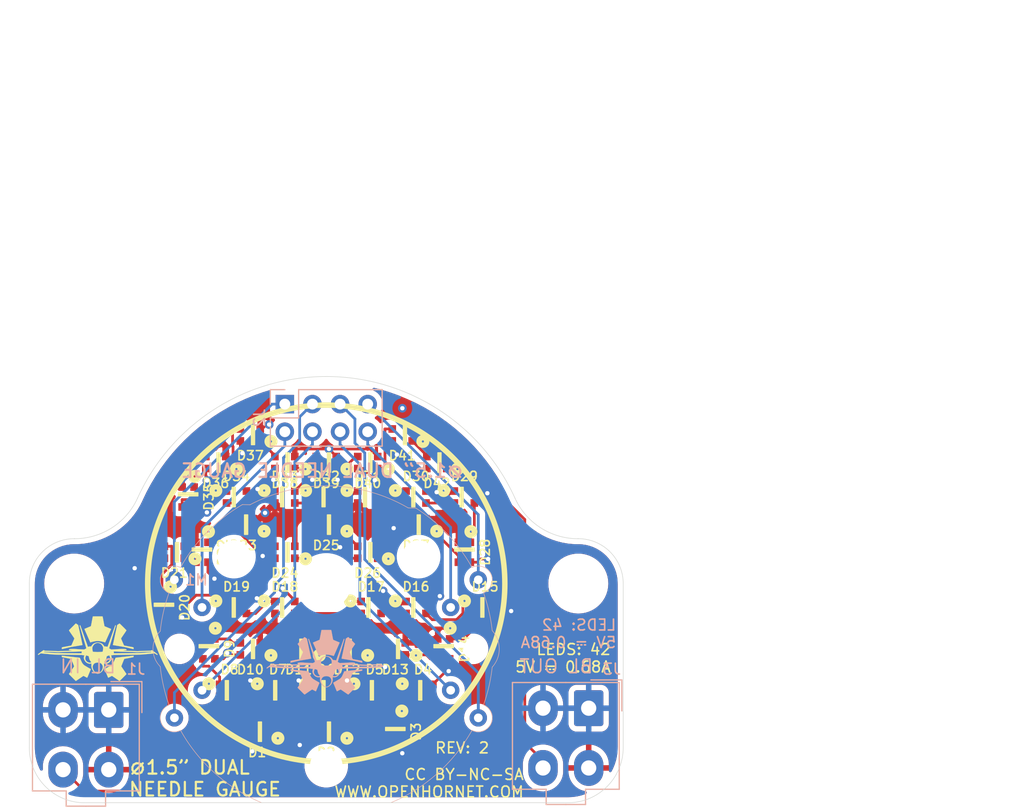
<source format=kicad_pcb>
(kicad_pcb (version 20211014) (generator pcbnew)
  (layers (0 "F.Cu" mixed) (1 "In1.Cu" power) (2 "In2.Cu" power) (31 "B.Cu" mixed) (34 "B.Paste" user) (35 "F.Paste" user) (36 "B.SilkS" user "B.Silkscreen") (37 "F.SilkS" user "F.Silkscreen") (38 "B.Mask" user) (39 "F.Mask" user) (44 "Edge.Cuts" user))
  (net 0 "")
  (net 1 "/COIL4")
  (net 2 "/COIL3")
  (net 3 "/COIL2")
  (net 4 "/COIL1")
  (net 5 "Net-(D1-Pad1)")
  (net 6 "/LED+5V")
  (net 7 "/DIN")
  (net 8 "/LEDGND")
  (net 9 "Net-(D2-Pad1)")
  (net 10 "Net-(D3-Pad1)")
  (net 11 "Net-(D4-Pad1)")
  (net 12 "/DOUT1")
  (net 13 "Net-(D6-Pad1)")
  (net 14 "Net-(D7-Pad1)")
  (net 15 "Net-(D8-Pad1)")
  (net 16 "Net-(D10-Pad3)")
  (net 17 "/DOUT2")
  (net 18 "Net-(D11-Pad1)")
  (net 19 "Net-(D12-Pad1)")
  (net 20 "Net-(D13-Pad1)")
  (net 21 "Net-(D14-Pad1)")
  (net 22 "/DOUT")
  (net 23 "/COIL5")
  (net 24 "/COIL6")
  (net 25 "/COIL7")
  (net 26 "/COIL8")
  (net 27 "Net-(D5-Pad1)")
  (net 28 "Net-(D15-Pad1)")
  (net 29 "Net-(D16-Pad1)")
  (net 30 "Net-(D17-Pad1)")
  (net 31 "Net-(D18-Pad1)")
  (net 32 "Net-(D19-Pad1)")
  (net 33 "Net-(D21-Pad1)")
  (net 34 "Net-(D22-Pad1)")
  (net 35 "Net-(D23-Pad1)")
  (net 36 "Net-(D24-Pad1)")
  (net 37 "Net-(D25-Pad1)")
  (net 38 "Net-(D26-Pad1)")
  (net 39 "Net-(D27-Pad1)")
  (net 40 "Net-(D28-Pad1)")
  (net 41 "Net-(D29-Pad1)")
  (net 42 "/DOUT3")
  (net 43 "Net-(D31-Pad1)")
  (net 44 "Net-(D32-Pad1)")
  (net 45 "Net-(D33-Pad1)")
  (net 46 "Net-(D34-Pad1)")
  (net 47 "Net-(D35-Pad1)")
  (net 48 "Net-(D36-Pad1)")
  (net 49 "Net-(D37-Pad1)")
  (net 50 "Net-(D38-Pad1)")
  (net 51 "Net-(D39-Pad1)")
  (net 52 "/DOUT4")
  (net 53 "Net-(D41-Pad1)")
  (footprint "OH_Footprints:WS2812-2020" (layer "F.Cu") (at 168.222 115.863)
    (fp_text reference "D21")
    (fp_text value "WS2812B-2020" hide)
  )
  (footprint "OH_Footprints:WS2812-2020" (layer "F.Cu") (at 170.762 115.863 90)
    (fp_text reference "D22")
    (fp_text value "WS2812B-2020" hide)
  )
  (footprint "OH_Footprints:WS2812-2020" (layer "F.Cu") (at 174.572 113.323)
    (fp_text reference "D23")
    (fp_text value "WS2812B-2020" hide)
  )
  (footprint "OH_Footprints:WS2812-2020" (layer "F.Cu") (at 178.382 115.863)
    (fp_text reference "D24")
    (fp_text value "WS2812B-2020" hide)
  )
  (footprint "KiCAD Libraries:x40_8798" (layer "F.Cu") (at 182.192 124.753)
    (fp_text reference "M1")
    (fp_text value "X40_8798" hide)
  )
  (footprint "MountingHole:MountingHole_4.5mm" (layer "F.Cu") (at 205.369 118.743)
    (fp_text reference "H2" hide)
    (fp_text value "MountingHole")
  )
  (footprint "MountingHole:MountingHole_4.5mm" (layer "F.Cu") (at 159.014 118.743)
    (fp_text reference "H1" hide)
    (fp_text value "MountingHole")
  )
  (footprint "OH_Footprints:WS2812-2020" (layer "F.Cu") (at 196.797 120.943 180)
    (fp_text reference "D15")
    (fp_text value "WS2812B-2020" hide)
  )
  (footprint "OH_Footprints:WS2812-2020" (layer "F.Cu") (at 175.842 132.373)
    (fp_text reference "D1")
    (fp_text value "WS2812B-2020" hide)
  )
  (footprint "OH_Footprints:WS2812-2020" (layer "F.Cu") (at 182.192 132.373)
    (fp_text reference "D2")
    (fp_text value "WS2812B-2020" hide)
  )
  (footprint "OH_Footprints:WS2812-2020" (layer "F.Cu") (at 188.542 132.373 90)
    (fp_text reference "D3")
    (fp_text value "WS2812B-2020" hide)
  )
  (footprint "OH_Footprints:WS2812-2020" (layer "F.Cu") (at 191.082 128.563 180)
    (fp_text reference "D4")
    (fp_text value "WS2812B-2020" hide)
  )
  (footprint "OH_Footprints:WS2812-2020" (layer "F.Cu") (at 186.637 128.563 180)
    (fp_text reference "D5")
    (fp_text value "WS2812B-2020" hide)
  )
  (footprint "OH_Footprints:WS2812-2020" (layer "F.Cu") (at 182.192 128.563 180)
    (fp_text reference "D6")
    (fp_text value "WS2812B-2020" hide)
  )
  (footprint "OH_Footprints:WS2812-2020" (layer "F.Cu") (at 177.747 128.563 180)
    (fp_text reference "D7")
    (fp_text value "WS2812B-2020" hide)
  )
  (footprint "OH_Footprints:WS2812-2020" (layer "F.Cu") (at 173.302 128.563 180)
    (fp_text reference "D8")
    (fp_text value "WS2812B-2020" hide)
  )
  (footprint "OH_Footprints:WS2812-2020" (layer "F.Cu") (at 171.397 124.753 90)
    (fp_text reference "D9")
    (fp_text value "WS2812B-2020" hide)
  )
  (footprint "OH_Footprints:WS2812-2020" (layer "F.Cu") (at 175.207 124.753)
    (fp_text reference "D10")
    (fp_text value "WS2812B-2020" hide)
  )
  (footprint "OH_Footprints:WS2812-2020" (layer "F.Cu") (at 179.652 124.753)
    (fp_text reference "D11")
    (fp_text value "WS2812B-2020" hide)
  )
  (footprint "OH_Footprints:WS2812-2020" (layer "F.Cu") (at 184.097 124.753)
    (fp_text reference "D12")
    (fp_text value "WS2812B-2020" hide)
  )
  (footprint "OH_Footprints:WS2812-2020" (layer "F.Cu") (at 188.542 124.753)
    (fp_text reference "D13")
    (fp_text value "WS2812B-2020" hide)
  )
  (footprint "OH_Footprints:WS2812-2020" (layer "F.Cu") (at 192.987 124.753 90)
    (fp_text reference "D14")
    (fp_text value "WS2812B-2020" hide)
  )
  (footprint "OH_Footprints:WS2812-2020" (layer "F.Cu") (at 190.447 120.943 180)
    (fp_text reference "D16")
    (fp_text value "WS2812B-2020" hide)
  )
  (footprint "OH_Footprints:WS2812-2020" (layer "F.Cu") (at 178.382 120.943 180)
    (fp_text reference "D18")
    (fp_text value "WS2812B-2020" hide)
  )
  (footprint "OH_Footprints:WS2812-2020" (layer "F.Cu") (at 173.937 120.943 180)
    (fp_text reference "D19")
    (fp_text value "WS2812B-2020" hide)
  )
  (footprint "OH_Footprints:WS2812-2020" (layer "F.Cu") (at 167.269 120.943 90)
    (fp_text reference "D20")
    (fp_text value "WS2812B-2020" hide)
  )
  (footprint "OH_Footprints:WS2812-2020" (layer "F.Cu") (at 186.002 115.863)
    (fp_text reference "D26")
    (fp_text value "WS2812B-2020" hide)
  )
  (footprint "OH_Footprints:WS2812-2020" (layer "F.Cu") (at 190.447 113.323)
    (fp_text reference "D27")
    (fp_text value "WS2812B-2020" hide)
  )
  (footprint "OH_Footprints:WS2812-2020" (layer "F.Cu") (at 194.892 115.863 90)
    (fp_text reference "D28")
    (fp_text value "WS2812B-2020" hide)
  )
  (footprint "OH_Footprints:WS2812-2020" (layer "F.Cu") (at 194.892 110.783 180)
    (fp_text reference "D29")
    (fp_text value "WS2812B-2020" hide)
  )
  (footprint "OH_Footprints:WS2812-2020" (layer "F.Cu") (at 190.447 110.783 180)
    (fp_text reference "D30")
    (fp_text value "WS2812B-2020" hide)
  )
  (footprint "OH_Footprints:WS2812-2020" (layer "F.Cu") (at 182.192 113.323)
    (fp_text reference "D25")
    (fp_text value "WS2812B-2020" hide)
  )
  (footprint "OH_Footprints:WS2812-2020" (layer "F.Cu") (at 186.002 110.783 180)
    (fp_text reference "D31")
    (fp_text value "WS2812B-2020" hide)
  )
  (footprint "OH_Footprints:WS2812-2020" (layer "F.Cu") (at 182.192 110.783 180)
    (fp_text reference "D32")
    (fp_text value "WS2812B-2020" hide)
  )
  (footprint "OH_Footprints:WS2812-2020" (layer "F.Cu") (at 178.382 110.783 180)
    (fp_text reference "D33")
    (fp_text value "WS2812B-2020" hide)
  )
  (footprint "OH_Footprints:WS2812-2020" (layer "F.Cu") (at 173.937 110.783 180)
    (fp_text reference "D34")
    (fp_text value "WS2812B-2020" hide)
  )
  (footprint "OH_Footprints:WS2812-2020" (layer "F.Cu") (at 169.492 110.783 90)
    (fp_text reference "D35")
    (fp_text value "WS2812B-2020" hide)
  )
  (footprint "OH_Footprints:WS2812-2020" (layer "F.Cu") (at 172.032 107.608)
    (fp_text reference "D36")
    (fp_text value "WS2812B-2020" hide)
  )
  (footprint "OH_Footprints:WS2812-2020" (layer "F.Cu") (at 175.207 105.068)
    (fp_text reference "D37")
    (fp_text value "WS2812B-2020" hide)
  )
  (footprint "OH_Footprints:WS2812-2020" (layer "F.Cu") (at 178.382 107.608)
    (fp_text reference "D38")
    (fp_text value "WS2812B-2020" hide)
  )
  (footprint "OH_Footprints:WS2812-2020" (layer "F.Cu") (at 182.192 107.608)
    (fp_text reference "D39")
    (fp_text value "WS2812B-2020" hide)
  )
  (footprint "OH_Footprints:WS2812-2020" (layer "F.Cu") (at 186.002 107.608)
    (fp_text reference "D40")
    (fp_text value "WS2812B-2020" hide)
  )
  (footprint "OH_Footprints:WS2812-2020" (layer "F.Cu") (at 189.177 105.068)
    (fp_text reference "D41")
    (fp_text value "WS2812B-2020" hide)
  )
  (footprint "OH_Footprints:WS2812-2020" (layer "F.Cu") (at 192.352 107.608)
    (fp_text reference "D42")
    (fp_text value "WS2812B-2020" hide)
  )
  (footprint "OH_Footprints:WS2812-2020" (layer "F.Cu") (at 186.319 120.943 180)
    (fp_text reference "D17")
    (fp_text value "WS2812B-2020" hide)
  )
  (footprint "Openhornet:OH_LOGO_ONLY_11x6mm" (layer "F.Cu") (at 161.189341 124.863176)
    (fp_text reference "G***" hide)
    (fp_text value "OH_LOGO_ONLY_11x6mm" hide)
  )
  (footprint "Connector_PinHeader_2.54mm:PinHeader_2x04_P2.54mm_Vertical" (layer "B.Cu") (at 178.382 102.233 -90)
    (fp_text reference "J2")
    (fp_text value "DATA")
  )
  (footprint "OH_Footprints:Molex_Mini-Fit_Jr_5566-04A_2x02_P4.20mm_Vertical" (layer "B.Cu") (at 162.189 130.363 180)
    (fp_text reference "J1")
    (fp_text value "BL IN")
  )
  (footprint "OH_Footprints:Molex_Mini-Fit_Jr_5566-04A_2x02_P4.20mm_Vertical" (layer "B.Cu") (at 206.322 130.21 180)
    (fp_text reference "J3")
    (fp_text value "BL OUT")
  )
  (footprint "Openhornet:OH_LOGO_ONLY_11x6mm" (layer "B.Cu") (at 182.189341 126.113176 180)
    (fp_text reference "G***" hide)
    (fp_text value "OH_LOGO_ONLY_11x6mm" hide)
  )
  (gr_circle (center 182.191841 118.743176) (end 198.612941 118.743176) (layer "F.SilkS") (width 0.5) (fill none))
  (gr_arc (start 164.836362 110.88889) (mid 182.189735 99.693177) (end 199.545583 110.885052) (layer "Edge.Cuts") (width 0.05))
  (gr_line (start 209.49684 118.743176) (end 209.49684 133.829831) (layer "Edge.Cuts") (width 0.05))
  (gr_arc (start 209.49684 133.829831) (mid 208.008942 137.421933) (end 204.41684 138.909831) (layer "Edge.Cuts") (width 0.05))
  (gr_arc (start 205.325951 114.615675) (mid 201.886776 113.600991) (end 199.545583 110.885052) (layer "Edge.Cuts") (width 0.05))
  (gr_arc (start 164.83636 110.88889) (mid 162.493365 113.603275) (end 159.053518 114.615677) (layer "Edge.Cuts") (width 0.05))
  (gr_arc (start 159.966842 138.909831) (mid 156.37474 137.421933) (end 154.886842 133.829831) (layer "Edge.Cuts") (width 0.05))
  (gr_arc (start 205.369341 114.615677) (mid 208.287924 115.824593) (end 209.49684 118.743176) (layer "Edge.Cuts") (width 0.05))
  (gr_line (start 159.053518 114.615677) (end 159.014341 114.615677) (layer "Edge.Cuts") (width 0.05))
  (gr_arc (start 154.886841 118.743176) (mid 156.095758 115.824593) (end 159.014341 114.615676) (layer "Edge.Cuts") (width 0.05))
  (gr_line (start 154.886842 118.743176) (end 154.886842 133.829831) (layer "Edge.Cuts") (width 0.05))
  (gr_line (start 159.966842 138.909831) (end 204.41684 138.909831) (layer "Edge.Cuts") (width 0.05))
  (gr_line (start 205.369341 114.615676) (end 205.325951 114.615675) (layer "Edge.Cuts") (width 0.05))
  (gr_text "⌀1.5” DUAL NEEDLE GAUGE" (at 194.939341 108.363176) (layer "B.SilkS") (effects (font (size 1.25 1.25) (thickness 0.2)) (justify left mirror)))
  (gr_text "LEDS: 42\n5V ⎓ 0.68A" (at 208.939341 123.363176) (layer "B.SilkS") (effects (font (size 1 1)) (justify left mirror)))
  (gr_text "REV: 2" (at 194.689341 133.863176) (layer "F.SilkS") (effects (font (size 1 1))))
  (gr_text "CC BY-NC-SA\nWWW.OPENHORNET.COM" (at 200.439341 137.113176) (layer "F.SilkS") (effects (font (size 1 1)) (justify right)))
  (gr_text "LEDS: 42\n5V ⎓ 0.68A" (at 208.439341 125.613176) (layer "F.SilkS") (effects (font (size 1 1)) (justify right)))
  (gr_text "⌀1.5” DUAL \nNEEDLE GAUGE" (at 163.939341 136.668176) (layer "F.SilkS") (effects (font (size 1.25 1.25) (thickness 0.2)) (justify left)))
  (segment (start 196.170576 131.099417) (end 196.170576 127.594411) (width 0.25) (layer "B.Cu") (net 1))
  (segment (start 184.826999 105.817998) (end 185.7322 106.7232) (width 0.25) (layer "B.Cu") (net 1))
  (segment (start 183.462 102.233) (end 184.826999 103.597999) (width 0.25) (layer "B.Cu") (net 1))
  (segment (start 196.1706 126.9645) (end 196.1706 131.0994) (width 0.25) (layer "B.Cu") (net 1))
  (segment (start 185.7322 106.7232) (end 185.7322 116.5261) (width 0.25) (layer "B.Cu") (net 1))
  (segment (start 184.826999 103.597999) (end 184.826999 105.817998) (width 0.25) (layer "B.Cu") (net 1))
  (segment (start 185.7322 116.5261) (end 196.1706 126.9645) (width 0.25) (layer "B.Cu") (net 1))
  (segment (start 186.002 102.233) (end 196.170576 112.401576) (width 0.25) (layer "B.Cu") (net 2))
  (segment (start 196.170576 112.401576) (end 196.170576 118.399417) (width 0.25) (layer "B.Cu") (net 2))
  (segment (start 177.4483 119.5582) (end 168.2306 128.7759) (width 0.25) (layer "B.Cu") (net 3))
  (segment (start 179.746999 105.682602) (end 178.262 107.1676) (width 0.25) (layer "B.Cu") (net 3))
  (segment (start 177.4483 118.8735) (end 177.4483 119.5582) (width 0.25) (layer "B.Cu") (net 3))
  (segment (start 168.2306 128.7759) (end 168.2306 131.0994) (width 0.25) (layer "B.Cu") (net 3))
  (segment (start 178.262 107.1676) (end 178.262 118.0598) (width 0.25) (layer "B.Cu") (net 3))
  (segment (start 180.922 102.233) (end 179.746999 103.408001) (width 0.25) (layer "B.Cu") (net 3))
  (segment (start 178.262 118.0598) (end 177.4483 118.8735) (width 0.25) (layer "B.Cu") (net 3))
  (segment (start 179.746999 103.408001) (end 179.746999 105.682602) (width 0.25) (layer "B.Cu") (net 3))
  (segment (start 177.2067 102.233) (end 168.222 111.2177) (width 0.25) (layer "B.Cu") (net 4))
  (segment (start 168.222 111.2177) (end 168.222 118.393) (width 0.25) (layer "B.Cu") (net 4))
  (segment (start 178.382 102.233) (end 177.2067 102.233) (width 0.25) (layer "B.Cu") (net 4))
  (segment (start 178.3166 132.923) (end 179.4166 131.823) (width 0.25) (layer "F.Cu") (net 5))
  (segment (start 179.4166 131.823) (end 181.277 131.823) (width 0.25) (layer "F.Cu") (net 5))
  (segment (start 176.757 132.923) (end 178.3166 132.923) (width 0.25) (layer "F.Cu") (net 5))
  (segment (start 176.34626 116.206257) (end 174.013002 113.873) (width 0.25) (layer "F.Cu") (net 6))
  (segment (start 171.9088 118.2941) (end 171.312 117.6973) (width 0.25) (layer "F.Cu") (net 6))
  (segment (start 188.6903 106.7216) (end 188.262 106.2933) (width 0.25) (layer "F.Cu") (net 6))
  (segment (start 181.277 108.8333) (end 181.2672 108.8333) (width 0.25) (layer "F.Cu") (net 6))
  (segment (start 174.8923 127.9801) (end 174.8923 128.013) (width 0.25) (layer "F.Cu") (net 6))
  (segment (start 196.6823 110.433) (end 196.4823 110.233) (width 0.25) (layer "F.Cu") (net 6))
  (segment (start 185.5739 108.158) (end 186.6492 109.2333) (width 0.25) (layer "F.Cu") (net 6))
  (segment (start 186.917 110.233) (end 186.917 109.5011) (width 0.25) (layer "F.Cu") (net 6))
  (segment (start 175.8119 120.0997) (end 175.5273 120.3843) (width 0.25) (layer "F.Cu") (net 6))
  (segment (start 181.9523 113.8867) (end 181.9523 113.873) (width 0.25) (layer "F.Cu") (net 6))
  (segment (start 178.662 128.013) (end 179.3373 128.013) (width 0.25) (layer "F.Cu") (net 6))
  (segment (start 179.297 120.393) (end 179.297 120.2973) (width 0.25) (layer "F.Cu") (net 6))
  (segment (start 181.2672 108.8333) (end 180.905 109.1955) (width 0.25) (layer "F.Cu") (net 6))
  (segment (start 187.627 125.303) (end 187.627 126.3989) (width 0.25) (layer "F.Cu") (net 6))
  (segment (start 179.4967 126.738) (end 178.737 125.9783) (width 0.25) (layer "F.Cu") (net 6))
  (segment (start 197.0045 110.433) (end 196.6823 110.433) (width 0.25) (layer "F.Cu") (net 6))
  (segment (start 195.442 116.778) (end 196.1173 116.778) (width 0.25) (layer "F.Cu") (net 6))
  (segment (start 192.6356 119.8962) (end 192.5341 119.8962) (width 0.25) (layer "F.Cu") (net 6))
  (segment (start 179.297 120.2973) (end 178.1736 119.1739) (width 0.25) (layer "F.Cu") (net 6))
  (segment (start 197.0738 116.4796) (end 196.4157 116.4796) (width 0.25) (layer "F.Cu") (net 6))
  (segment (start 192.5341 119.8962) (end 192.0373 120.393) (width 0.25) (layer "F.Cu") (net 6))
  (segment (start 188.3901 113.6441) (end 188.6278 113.6441) (width 0.25) (layer "F.Cu") (net 6))
  (segment (start 183.9417 126.738) (end 183.182 125.9783) (width 0.25) (layer "F.Cu") (net 6))
  (segment (start 178.737 125.303) (end 178.737 125.9783) (width 0.25) (layer "F.Cu") (net 6))
  (segment (start 175.5273 120.3843) (end 175.5273 120.393) (width 0.25) (layer "F.Cu") (net 6))
  (segment (start 171.312 117.6973) (end 171.312 116.778) (width 0.25) (layer "F.Cu") (net 6))
  (segment (start 187.4193 119.4187) (end 187.234 119.604) (width 0.25) (layer "F.Cu") (net 6))
  (segment (start 174.852 110.233) (end 175.5273 110.233) (width 0.25) (layer "F.Cu") (net 6))
  (segment (start 198.3126 120.393) (end 199.1919 121.2723) (width 0.25) (layer "F.Cu") (net 6))
  (segment (start 185.087 108.158) (end 185.5739 108.158) (width 0.25) (layer "F.Cu") (net 6))
  (segment (start 195.807 110.233) (end 196.4823 110.233) (width 0.25) (layer "F.Cu") (net 6))
  (segment (start 183.7823 128.013) (end 183.7823 127.8208) (width 0.25) (layer "F.Cu") (net 6))
  (segment (start 181.277 108.158) (end 181.277 108.8333) (width 0.25) (layer "F.Cu") (net 6))
  (segment (start 164.5745 117.3306) (end 165.7141 117.3306) (width 0.25) (layer "F.Cu") (net 6))
  (segment (start 183.4645 115.3989) (end 184.4117 116.3461) (width 0.25) (layer "F.Cu") (net 6))
  (segment (start 175.211 127.6614) (end 174.8923 127.9801) (width 0.25) (layer "F.Cu") (net 6))
  (segment (start 177.3194 109.1955) (end 177.467 109.0479) (width 0.25) (layer "F.Cu") (net 6))
  (segment (start 183.9417 127.6614) (end 183.9417 126.738) (width 0.25) (layer "F.Cu") (net 6))
  (segment (start 187.607 126.4189) (end 187.552 126.4739) (width 0.25) (layer "F.Cu") (net 6))
  (segment (start 183.107 128.013) (end 183.7823 128.013) (width 0.25) (layer "F.Cu") (net 6))
  (segment (start 188.262 105.618) (end 188.262 106.2933) (width 0.25) (layer "F.Cu") (net 6))
  (segment (start 179.3373 127.8208) (end 179.4967 127.6614) (width 0.25) (layer "F.Cu") (net 6))
  (segment (start 174.013002 113.873) (end 173.657 113.873) (width 0.25) (layer "F.Cu") (net 6))
  (segment (start 167.819 121.858) (end 168.934165 121.858) (width 0.25) (layer "F.Cu") (net 6))
  (segment (start 193.537 125.668) (end 193.537 126.7106) (width 0.25) (layer "F.Cu") (net 6))
  (segment (start 177.467 116.413) (end 176.553002 116.413) (width 0.25) (layer "F.Cu") (net 6))
  (segment (start 179.3373 128.013) (end 179.3373 127.8208) (width 0.25) (layer "F.Cu") (net 6))
  (segment (start 193.537 126.7106) (end 193.4486 126.799) (width 0.25) (layer "F.Cu") (net 6))
  (segment (start 189.182 134.3531) (end 189.092 134.2631) (width 0.25) (layer "F.Cu") (net 6))
  (segment (start 177.467 109.0479) (end 177.467 108.158) (width 0.25) (layer "F.Cu") (net 6))
  (segment (start 181.277 113.873) (end 181.9523 113.873) (width 0.25) (layer "F.Cu") (net 6))
  (segment (start 181.277 132.923) (end 180.6017 132.923) (width 0.25) (layer "F.Cu") (net 6))
  (segment (start 179.7552 133.5982) (end 179.9265 133.5982) (width 0.25) (layer "F.Cu") (net 6))
  (segment (start 193.4486 126.799) (end 193.211 126.799) (width 0.25) (layer "F.Cu") (net 6))
  (segment (start 191.362 110.233) (end 191.6997 110.233) (width 0.25) (layer "F.Cu") (net 6))
  (segment (start 186.917 109.5011) (end 186.6492 109.2333) (width 0.25) (layer "F.Cu") (net 6))
  (segment (start 184.4117 116.3461) (end 184.4117 116.413) (width 0.25) (layer "F.Cu") (net 6))
  (segment (start 180.905 109.1955) (end 180.3345 109.1955) (width 0.25) (layer "F.Cu") (net 6))
  (segment (start 174.4794 106.4807) (end 174.292 106.2933) (width 0.25) (layer "F.Cu") (net 6))
  (segment (start 183.7823 127.8208) (end 183.9417 127.6614) (width 0.25) (layer "F.Cu") (net 6))
  (segment (start 174.927 133.7131) (end 174.927 132.923) (width 0.25) (layer "F.Cu") (net 6))
  (segment (start 193.211 126.799) (end 191.997 128.013) (width 0.25) (layer "F.Cu") (net 6))
  (segment (start 192.1371 110.3328) (end 192.0373 110.233) (width 0.25) (layer "F.Cu") (net 6))
  (segment (start 175.8715 110.0452) (end 175.8715 110.0451) (width 0.25) (layer "F.Cu") (net 6))
  (segment (start 176.553002 116.413) (end 176.34626 116.206257) (width 0.25) (layer "F.Cu") (net 6))
  (segment (start 188.6278 113.6441) (end 188.8567 113.873) (width 0.25) (layer "F.Cu") (net 6))
  (segment (start 173.0884 125.303) (end 173.6167 125.303) (width 0.25) (layer "F.Cu") (net 6))
  (segment (start 175.7151 110.0452) (end 175.8715 110.0452) (width 0.25) (layer "F.Cu") (net 6))
  (segment (start 197.712 120.393) (end 198.3126 120.393) (width 0.25) (layer "F.Cu") (net 6))
  (segment (start 171.2258 109.2654) (end 171.2258 108.9421) (width 0.25) (layer "F.Cu") (net 6))
  (segment (start 189.092 134.2631) (end 189.092 133.288) (width 0.25) (layer "F.Cu") (net 6))
  (segment (start 175.3845 134.1706) (end 174.927 133.7131) (width 0.25) (layer "F.Cu") (net 6))
  (segment (start 173.0884 125.303) (end 172.7234 125.668) (width 0.25) (layer "F.Cu") (net 6))
  (segment (start 192.3441 110.3328) (end 192.1371 110.3328) (width 0.25) (layer "F.Cu") (net 6))
  (segment (start 189.532 113.873) (end 188.8567 113.873) (width 0.25) (layer "F.Cu") (net 6))
  (segment (start 172.7234 125.668) (end 172.6223 125.668) (width 0.25) (layer "F.Cu") (net 6))
  (segment (start 171.2258 108.9421) (end 171.117 108.8333) (width 0.25) (layer "F.Cu") (net 6))
  (segment (start 187.552 126.4739) (end 187.552 128.013) (width 0.25) (layer "F.Cu") (net 6))
  (segment (start 183.107 109.3279) (end 183.107 110.233) (width 0.25) (layer "F.Cu") (net 6))
  (segment (start 174.217 128.013) (end 174.8923 128.013) (width 0.25) (layer "F.Cu") (net 6))
  (segment (start 191.362 120.393) (end 192.0373 120.393) (width 0.25) (layer "F.Cu") (net 6))
  (segment (start 183.4645 115.3989) (end 181.9523 113.8867) (width 0.25) (layer "F.Cu") (net 6))
  (segment (start 196.4157 116.4796) (end 196.1173 116.778) (width 0.25) (layer "F.Cu") (net 6))
  (segment (start 171.947 125.668) (end 172.6223 125.668) (width 0.25) (layer "F.Cu") (net 6))
  (segment (start 187.234 119.604) (end 187.234 120.393) (width 0.25) (layer "F.Cu") (net 6))
  (segment (start 183.182 125.303) (end 183.182 125.9783) (width 0.25) (layer "F.Cu") (net 6))
  (segment (start 179.656 127.6614) (end 179.4967 127.6614) (width 0.25) (layer "F.Cu") (net 6))
  (segment (start 171.117 108.158) (end 171.117 108.8333) (width 0.25) (layer "F.Cu") (net 6))
  (segment (start 174.292 125.303) (end 173.6167 125.303) (width 0.25) (layer "F.Cu") (net 6))
  (segment (start 191.6997 110.233) (end 192.0373 110.233) (width 0.25) (layer "F.Cu") (net 6))
  (segment (start 188.6903 106.874) (end 188.6903 106.7216) (width 0.25) (layer "F.Cu") (net 6))
  (segment (start 175.5273 110.233) (end 175.7151 110.0452) (width 0.25) (layer "F.Cu") (net 6))
  (segment (start 180.3345 109.1955) (end 179.297 110.233) (width 0.25) (layer "F.Cu") (net 6))
  (segment (start 171.2163 112.197) (end 170.7173 111.698) (width 0.25) (layer "F.Cu") (net 6))
  (segment (start 185.087 116.413) (end 184.4117 116.413) (width 0.25) (layer "F.Cu") (net 6))
  (segment (start 187.627 126.3989) (end 187.607 126.4189) (width 0.25) (layer "F.Cu") (net 6))
  (segment (start 173.0884 125.1419) (end 173.0884 125.303) (width 0.25) (layer "F.Cu") (net 6))
  (segment (start 191.362 110.233) (end 191.362 108.233) (width 0.25) (layer "F.Cu") (net 6))
  (segment (start 174.4794 106.7508) (end 174.4794 106.4807) (width 0.25) (layer "F.Cu") (net 6))
  (segment (start 165.7141 117.3306) (end 166.6317 116.413) (width 0.25) (layer "F.Cu") (net 6))
  (segment (start 191.362 108.233) (end 191.437 108.158) (width 0.25) (layer "F.Cu") (net 6))
  (segment (start 170.042 111.698) (end 170.7173 111.698) (width 0.25) (layer "F.Cu") (net 6))
  (segment (start 183.2394 109.1955) (end 183.107 109.3279) (width 0.25) (layer "F.Cu") (net 6))
  (segment (start 179.4967 127.6614) (end 179.4967 126.738) (width 0.25) (layer "F.Cu") (net 6))
  (segment (start 174.292 105.618) (end 174.292 106.2933) (width 0.25) (layer "F.Cu") (net 6))
  (segment (start 174.852 120.393) (end 175.5273 120.393) (width 0.25) (layer "F.Cu") (net 6))
  (segment (start 179.9265 133.5982) (end 180.6017 132.923) (width 0.25) (layer "F.Cu") (net 6))
  (segment (start 167.307 116.413) (end 166.6317 116.413) (width 0.25) (layer "F.Cu") (net 6))
  (segment (start 184.101 127.6614) (end 183.9417 127.6614) (width 0.25) (layer "F.Cu") (net 6))
  (segment (start 171.2167 112.197) (end 171.2163 112.197) (width 0.25) (layer "F.Cu") (net 6))
  (via (at 180.905 109.1955) (size 0.8) (drill 0.4) (layers "F.Cu" "B.Cu") (net 6))
  (via (at 175.3845 134.1706) (size 0.8) (drill 0.4) (layers "F.Cu" "B.Cu") (net 6))
  (via (at 184.101 127.6614) (size 0.8) (drill 0.4) (layers "F.Cu" "B.Cu") (net 6))
  (via (at 164.5745 117.3306) (size 0.8) (drill 0.4) (layers "F.Cu" "B.Cu") (net 6))
  (via (at 173.0884 125.1419) (size 0.8) (drill 0.4) (layers "F.Cu" "B.Cu") (net 6))
  (via (at 177.3194 109.1955) (size 0.8) (drill 0.4) (layers "F.Cu" "B.Cu") (net 6))
  (via (at 197.0738 116.4796) (size 0.8) (drill 0.4) (layers "F.Cu" "B.Cu") (net 6))
  (via (at 192.6356 119.8962) (size 0.8) (drill 0.4) (layers "F.Cu" "B.Cu") (net 6))
  (via (at 174.4794 106.7508) (size 0.8) (drill 0.4) (layers "F.Cu" "B.Cu") (net 6))
  (via (at 183.2394 109.1955) (size 0.8) (drill 0.4) (layers "F.Cu" "B.Cu") (net 6))
  (via (at 189.182 134.3531) (size 0.8) (drill 0.4) (layers "F.Cu" "B.Cu") (net 6))
  (via (at 171.2258 109.2654) (size 0.8) (drill 0.4) (layers "F.Cu" "B.Cu") (net 6))
  (via (at 178.1736 119.1739) (size 0.8) (drill 0.4) (layers "F.Cu" "B.Cu") (net 6))
  (via (at 188.6903 106.874) (size 0.8) (drill 0.4) (layers "F.Cu" "B.Cu") (net 6))
  (via (at 171.2167 112.197) (size 0.8) (drill 0.4) (layers "F.Cu" "B.Cu") (net 6))
  (via (at 179.656 127.6614) (size 0.8) (drill 0.4) (layers "F.Cu" "B.Cu") (net 6))
  (via (at 176.34626 116.206257) (size 0.8) (drill 0.4) (layers "F.Cu" "B.Cu") (net 6))
  (via (at 183.4645 115.3989) (size 0.8) (drill 0.4) (layers "F.Cu" "B.Cu") (net 6))
  (via (at 197.0045 110.433) (size 0.8) (drill 0.4) (layers "F.Cu" "B.Cu") (net 6))
  (via (at 175.211 127.6614) (size 0.8) (drill 0.4) (layers "F.Cu" "B.Cu") (net 6))
  (via (at 171.9088 118.2941) (size 0.8) (drill 0.4) (layers "F.Cu" "B.Cu") (net 6))
  (via (at 193.4486 126.799) (size 0.8) (drill 0.4) (layers "F.Cu" "B.Cu") (net 6))
  (via (at 187.607 126.4189) (size 0.8) (drill 0.4) (layers "F.Cu" "B.Cu") (net 6))
  (via (at 199.1919 121.2723) (size 0.8) (drill 0.4) (layers "F.Cu" "B.Cu") (net 6))
  (via (at 179.7552 133.5982) (size 0.8) (drill 0.4) (layers "F.Cu" "B.Cu") (net 6))
  (via (at 168.934165 121.858) (size 0.8) (drill 0.4) (layers "F.Cu" "B.Cu") (net 6))
  (via (at 175.8715 110.0451) (size 0.8) (drill 0.4) (layers "F.Cu" "B.Cu") (net 6))
  (via (at 188.3901 113.6441) (size 0.8) (drill 0.4) (layers "F.Cu" "B.Cu") (net 6))
  (via (at 186.6492 109.2333) (size 0.8) (drill 0.4) (layers "F.Cu" "B.Cu") (net 6))
  (via (at 187.4193 119.4187) (size 0.8) (drill 0.4) (layers "F.Cu" "B.Cu") (net 6))
  (via (at 192.3441 110.3328) (size 0.8) (drill 0.4) (layers "F.Cu" "B.Cu") (net 6))
  (via (at 175.8119 120.0997) (size 0.8) (drill 0.4) (layers "F.Cu" "B.Cu") (net 6))
  (segment (start 159.96401 137.83801) (end 168.726988 137.83801) (width 0.25) (layer "F.Cu") (net 7))
  (segment (start 168.726988 137.83801) (end 174.741998 131.823) (width 0.25) (layer "F.Cu") (net 7))
  (segment (start 157.989 135.863) (end 159.96401 137.83801) (width 0.25) (layer "F.Cu") (net 7))
  (segment (start 174.741998 131.823) (end 174.927 131.823) (width 0.25) (layer "F.Cu") (net 7))
  (segment (start 176.563082 112.236917) (end 177.467 111.333) (width 0.6096) (layer "F.Cu") (net 8))
  (segment (start 182.521801 112.187801) (end 183.107 112.773) (width 0.6096) (layer "F.Cu") (net 8))
  (segment (start 175.487 112.773) (end 176.027 112.773) (width 0.6096) (layer "F.Cu") (net 8))
  (segment (start 192.437 123.238) (end 192.437 123.838) (width 0.25) (layer "F.Cu") (net 8))
  (segment (start 183.107 107.058) (end 182.884165 107.058) (width 0.25) (layer "F.Cu") (net 8))
  (segment (start 183.107 107.058) (end 183.107 107.030835) (width 0.25) (layer "F.Cu") (net 8))
  (segment (start 173.622 111.333) (end 175.062 112.773) (width 0.25) (layer "F.Cu") (net 8))
  (segment (start 173.022 111.333) (end 173.622 111.333) (width 0.25) (layer "F.Cu") (net 8))
  (segment (start 179.297 107.058) (end 179.297 106.458) (width 0.25) (layer "F.Cu") (net 8))
  (segment (start 187.992 131.458) (end 187.992 130.310517) (width 0.25) (layer "F.Cu") (net 8))
  (segment (start 182.131801 112.187801) (end 182.521801 112.187801) (width 0.6096) (layer "F.Cu") (net 8))
  (segment (start 187.992 130.310517) (end 188.189341 130.113176) (width 0.25) (layer "F.Cu") (net 8))
  (segment (start 172.947 106.120835) (end 172.189341 105.363176) (width 0.6096) (layer "F.Cu") (net 8))
  (segment (start 176.689341 104.113176) (end 176.939341 104.113176) (width 0.25) (layer "F.Cu") (net 8))
  (segment (start 179.297 106.458) (end 179.391824 106.363176) (width 0.25) (layer "F.Cu") (net 8))
  (segment (start 184.232199 112.187801) (end 185.087 111.333) (width 0.6096) (layer "F.Cu") (net 8))
  (segment (start 172.947 107.058) (end 172.947 106.120835) (width 0.6096) (layer "F.Cu") (net 8))
  (segment (start 189.922 111.333) (end 191.362 112.773) (width 0.6096) (layer "F.Cu") (net 8))
  (segment (start 186.917 107.058) (end 186.222176 106.363176) (width 0.25) (layer "F.Cu") (net 8))
  (segment (start 176.122 104.518) (end 176.284517 104.518) (width 0.25) (layer "F.Cu") (net 8))
  (segment (start 179.297 115.313) (end 179.297 114.470835) (width 0.25) (layer "F.Cu") (net 8))
  (segment (start 189.939341 130.113176) (end 190.167 129.885517) (width 0.25) (layer "F.Cu") (net 8))
  (segment (start 176.284517 104.518) (end 176.689341 104.113176) (width 0.25) (layer "F.Cu") (net 8))
  (segment (start 189.532 111.333) (end 189.922 111.333) (width 0.6096) (layer "F.Cu") (net 8))
  (segment (start 188.189341 130.113176) (end 189.939341 130.113176) (width 0.25) (layer "F.Cu") (net 8))
  (segment (start 178.321801 112.187801) (end 177.467 111.333) (width 0.6096) (layer "F.Cu") (net 8))
  (segment (start 193.15169 122.52331) (end 192.437 123.238) (width 0.25) (layer "F.Cu") (net 8))
  (segment (start 181.277 111.333) (end 180.905642 111.333) (width 0.6096) (layer "F.Cu") (net 8))
  (segment (start 186.917 115.313) (end 186.917 114.340835) (width 0.25) (layer "F.Cu") (net 8))
  (segment (start 188.784815 111.333) (end 189.532 111.333) (width 0.6096) (layer "F.Cu") (net 8))
  (segment (start 190.167 129.885517) (end 190.167 129.113) (width 0.25) (layer "F.Cu") (net 8))
  (segment (start 186.222176 106.363176) (end 182.439341 106.363176) (width 0.25) (layer "F.Cu") (net 8))
  (segment (start 185.941801 112.187801) (end 187.930014 112.187801) (width 0.6096) (layer "F.Cu") (net 8))
  (segment (start 176.027 112.773) (end 176.563082 112.236917) (width 0.6096) (layer "F.Cu") (net 8))
  (segment (start 195.882 121.493) (end 194.85169 122.52331) (width 0.25) (layer "F.Cu") (net 8))
  (segment (start 175.062 112.773) (end 175.487 112.773) (width 0.25) (layer "F.Cu") (net 8))
  (segment (start 179.297 114.470835) (end 178.439341 113.613176) (width 0.25) (layer "F.Cu") (net 8))
  (segment (start 182.131801 112.187801) (end 184.232199 112.187801) (width 0.6096) (layer "F.Cu") (net 8))
  (segment (start 180.050841 112.187801) (end 178.321801 112.187801) (width 0.6096) (layer "F.Cu") (net 8))
  (segment (start 180.905642 111.333) (end 180.050841 112.187801) (width 0.6096) (layer "F.Cu") (net 8))
  (segment (start 186.917 114.340835) (end 186.189341 113.613176) (width 0.25) (layer "F.Cu") (net 8))
  (segment (start 187.930014 112.187801) (end 188.784815 111.333) (width 0.6096) (layer "F.Cu") (net 8))
  (segment (start 185.087 111.333) (end 185.941801 112.187801) (width 0.6096) (layer "F.Cu") (net 8))
  (segment (start 194.85169 122.52331) (end 193.15169 122.52331) (width 0.25) (layer "F.Cu") (net 8))
  (segment (start 183.107 107.030835) (end 182.439341 106.363176) (width 0.25) (layer "F.Cu") (net 8))
  (segment (start 181.277 111.333) (end 182.131801 112.187801) (width 0.6096) (layer "F.Cu") (net 8))
  (segment (start 179.391824 106.363176) (end 182.439341 106.363176) (width 0.25) (layer "F.Cu") (net 8))
  (via (at 176.563082 112.236917) (size 0.8) (drill 0.4) (layers "F.Cu" "B.Cu") (net 8))
  (via (at 182.439341 106.363176) (size 0.8) (drill 0.4) (layers "F.Cu" "B.Cu") (net 8))
  (via (at 189.189341 102.613176) (size 0.8) (drill 0.4) (layers "F.Cu" "B.Cu") (net 8))
  (via (at 176.939341 104.113176) (size 0.8) (drill 0.4) (layers "F.Cu" "B.Cu") (net 8))
  (segment (start 183.107 132.923) (end 186.9517 132.923) (width 0.25) (layer "F.Cu") (net 9))
  (segment (start 186.9517 132.923) (end 187.3167 133.288) (width 0.25) (layer "F.Cu") (net 9))
  (segment (start 187.992 133.288) (end 187.3167 133.288) (width 0.25) (layer "F.Cu") (net 9))
  (segment (start 189.092 131.458) (end 189.652 131.458) (width 0.25) (layer "F.Cu") (net 10))
  (segment (start 189.652 131.458) (end 191.997 129.113) (width 0.25) (layer "F.Cu") (net 10))
  (segment (start 188.3917 129.113) (end 187.552 129.113) (width 0.25) (layer "F.Cu") (net 11))
  (segment (start 190.167 128.013) (end 189.4917 128.013) (width 0.25) (layer "F.Cu") (net 11))
  (segment (start 189.4917 128.013) (end 188.3917 129.113) (width 0.25) (layer "F.Cu") (net 11))
  (segment (start 176.122 125.303) (end 176.7973 125.303) (width 0.25) (layer "F.Cu") (net 12))
  (segment (start 176.7973 125.303) (end 177.8973 124.203) (width 0.25) (layer "F.Cu") (net 12))
  (segment (start 177.8973 124.203) (end 178.737 124.203) (width 0.25) (layer "F.Cu") (net 12))
  (segment (start 180.6017 128.013) (end 179.5017 129.113) (width 0.25) (layer "F.Cu") (net 13))
  (segment (start 181.277 128.013) (end 180.6017 128.013) (width 0.25) (layer "F.Cu") (net 13))
  (segment (start 179.5017 129.113) (end 178.662 129.113) (width 0.25) (layer "F.Cu") (net 13))
  (segment (start 175.0567 129.113) (end 174.217 129.113) (width 0.25) (layer "F.Cu") (net 14))
  (segment (start 176.1567 128.013) (end 175.0567 129.113) (width 0.25) (layer "F.Cu") (net 14))
  (segment (start 176.832 128.013) (end 176.1567 128.013) (width 0.25) (layer "F.Cu") (net 14))
  (segment (start 172.387 128.013) (end 172.387 127.3377) (width 0.25) (layer "F.Cu") (net 15))
  (segment (start 170.847 125.668) (end 170.847 126.3433) (width 0.25) (layer "F.Cu") (net 15))
  (segment (start 171.3926 126.3433) (end 170.847 126.3433) (width 0.25) (layer "F.Cu") (net 15))
  (segment (start 172.387 127.3377) (end 171.3926 126.3433) (width 0.25) (layer "F.Cu") (net 15))
  (segment (start 171.947 123.838) (end 173.2517 123.838) (width 0.25) (layer "F.Cu") (net 16))
  (segment (start 174.292 124.203) (end 173.6167 124.203) (width 0.25) (layer "F.Cu") (net 16))
  (segment (start 173.2517 123.838) (end 173.6167 124.203) (width 0.25) (layer "F.Cu") (net 16))
  (segment (start 167.307 115.313) (end 167.9823 115.313) (width 0.25) (layer "F.Cu") (net 17))
  (segment (start 167.819 120.028) (end 167.819 119.9134) (width 0.25) (layer "F.Cu") (net 17))
  (segment (start 167.9823 116.999) (end 167.9823 115.313) (width 0.25) (layer "F.Cu") (net 17))
  (segment (start 167.0822 119.1766) (end 167.0822 117.8991) (width 0.25) (layer "F.Cu") (net 17))
  (segment (start 167.0822 117.8991) (end 167.9823 116.999) (width 0.25) (layer "F.Cu") (net 17))
  (segment (start 167.819 119.9134) (end 167.0822 119.1766) (width 0.25) (layer "F.Cu") (net 17))
  (segment (start 182.3423 124.203) (end 183.182 124.203) (width 0.25) (layer "F.Cu") (net 18))
  (segment (start 180.567 125.303) (end 181.2423 125.303) (width 0.25) (layer "F.Cu") (net 18))
  (segment (start 181.2423 125.303) (end 182.3423 124.203) (width 0.25) (layer "F.Cu") (net 18))
  (segment (start 186.7873 124.203) (end 187.627 124.203) (width 0.25) (layer "F.Cu") (net 19))
  (segment (start 185.6873 125.303) (end 186.7873 124.203) (width 0.25) (layer "F.Cu") (net 19))
  (segment (start 185.012 125.303) (end 185.6873 125.303) (width 0.25) (layer "F.Cu") (net 19))
  (segment (start 189.457 125.303) (end 191.3967 125.303) (width 0.25) (layer "F.Cu") (net 20))
  (segment (start 192.437 125.668) (end 191.7617 125.668) (width 0.25) (layer "F.Cu") (net 20))
  (segment (start 191.3967 125.303) (end 191.7617 125.668) (width 0.25) (layer "F.Cu") (net 20))
  (segment (start 194.822002 123.838) (end 197.167002 121.493) (width 0.25) (layer "F.Cu") (net 21))
  (segment (start 197.167002 121.493) (end 197.712 121.493) (width 0.25) (layer "F.Cu") (net 21))
  (segment (start 193.537 123.838) (end 194.822002 123.838) (width 0.25) (layer "F.Cu") (net 21))
  (segment (start 200.4467 112.8492) (end 195.7555 108.158) (width 0.25) (layer "F.Cu") (net 22))
  (segment (start 202.122 135.71) (end 202.122 135.045835) (width 0.25) (layer "F.Cu") (net 22))
  (segment (start 200.4467 133.370535) (end 200.4467 112.8492) (width 0.25) (layer "F.Cu") (net 22))
  (segment (start 202.122 135.045835) (end 200.4467 133.370535) (width 0.25) (layer "F.Cu") (net 22))
  (segment (start 195.7555 108.158) (end 193.267 108.158) (width 0.25) (layer "F.Cu") (net 22))
  (segment (start 178.382 106.0575) (end 178.382 105.9483) (width 0.25) (layer "B.Cu") (net 23))
  (segment (start 170.7706 120.9394) (end 170.7706 113.6689) (width 0.25) (layer "B.Cu") (net 23))
  (segment (start 170.7706 113.6689) (end 178.382 106.0575) (width 0.25) (layer "B.Cu") (net 23))
  (segment (start 178.382 104.773) (end 178.382 105.9483) (width 0.25) (layer "B.Cu") (net 23))
  (segment (start 179.2988 120.0312) (end 170.7706 128.5594) (width 0.25) (layer "B.Cu") (net 24))
  (segment (start 180.922 105.9483) (end 179.2988 107.5715) (width 0.25) (layer "B.Cu") (net 24))
  (segment (start 179.2988 107.5715) (end 179.2988 120.0312) (width 0.25) (layer "B.Cu") (net 24))
  (segment (start 180.922 104.773) (end 180.922 105.9483) (width 0.25) (layer "B.Cu") (net 24))
  (segment (start 193.6306 113.5769) (end 193.6306 120.9394) (width 0.25) (layer "B.Cu") (net 25))
  (segment (start 186.002 105.9483) (end 193.6306 113.5769) (width 0.25) (layer "B.Cu") (net 25))
  (segment (start 186.002 104.773) (end 186.002 105.9483) (width 0.25) (layer "B.Cu") (net 25))
  (segment (start 185.2818 107.7681) (end 183.462 105.9483) (width 0.25) (layer "B.Cu") (net 26))
  (segment (start 183.462 104.773) (end 183.462 105.9483) (width 0.25) (layer "B.Cu") (net 26))
  (segment (start 185.2818 120.2106) (end 185.2818 107.7681) (width 0.25) (layer "B.Cu") (net 26))
  (segment (start 193.6306 128.5594) (end 185.2818 120.2106) (width 0.25) (layer "B.Cu") (net 26))
  (segment (start 185.0467 128.013) (end 183.9467 129.113) (width 0.25) (layer "F.Cu") (net 27))
  (segment (start 183.9467 129.113) (end 183.107 129.113) (width 0.25) (layer "F.Cu") (net 27))
  (segment (start 185.722 128.013) (end 185.0467 128.013) (width 0.25) (layer "F.Cu") (net 27))
  (segment (start 194.170577 122.064418) (end 191.933418 122.064418) (width 0.25) (layer "F.Cu") (net 28))
  (segment (start 195.282 120.393) (end 194.755577 120.919423) (width 0.25) (layer "F.Cu") (net 28))
  (segment (start 194.755577 120.919423) (end 194.755577 121.479418) (width 0.25) (layer "F.Cu") (net 28))
  (segment (start 195.882 120.393) (end 195.282 120.393) (width 0.25) (layer "F.Cu") (net 28))
  (segment (start 191.933418 122.064418) (end 191.362 121.493) (width 0.25) (layer "F.Cu") (net 28))
  (segment (start 194.755577 121.479418) (end 194.170577 122.064418) (width 0.25) (layer "F.Cu") (net 28))
  (segment (start 187.234 121.493) (end 188.246998 121.493) (width 0.25) (layer "F.Cu") (net 29))
  (segment (start 189.346998 120.393) (end 189.532 120.393) (width 0.25) (layer "F.Cu") (net 29))
  (segment (start 188.246998 121.493) (end 189.346998 120.393) (width 0.25) (layer "F.Cu") (net 29))
  (segment (start 184.7287 120.393) (end 183.6287 121.493) (width 0.25) (layer "F.Cu") (net 30))
  (segment (start 183.6287 121.493) (end 179.297 121.493) (width 0.25) (layer "F.Cu") (net 30))
  (segment (start 185.404 120.393) (end 184.7287 120.393) (width 0.25) (layer "F.Cu") (net 30))
  (segment (start 175.6917 121.493) (end 174.852 121.493) (width 0.25) (layer "F.Cu") (net 31))
  (segment (start 176.7917 120.393) (end 175.6917 121.493) (width 0.25) (layer "F.Cu") (net 31))
  (segment (start 177.467 120.393) (end 176.7917 120.393) (width 0.25) (layer "F.Cu") (net 31))
  (segment (start 170.230575 119.814416) (end 172.443416 119.814416) (width 0.25) (layer "F.Cu") (net 32))
  (segment (start 166.719 121.258) (end 167.113824 120.863176) (width 0.25) (layer "F.Cu") (net 32))
  (segment (start 169.181815 120.863176) (end 170.230575 119.814416) (width 0.25) (layer "F.Cu") (net 32))
  (segment (start 166.719 121.858) (end 166.719 121.258) (width 0.25) (layer "F.Cu") (net 32))
  (segment (start 172.443416 119.814416) (end 173.022 120.393) (width 0.25) (layer "F.Cu") (net 32))
  (segment (start 167.113824 120.863176) (end 169.181815 120.863176) (width 0.25) (layer "F.Cu") (net 32))
  (segment (start 169.137 116.413) (end 169.1717 116.413) (width 0.25) (layer "F.Cu") (net 33))
  (segment (start 170.212 116.778) (end 169.5367 116.778) (width 0.25) (layer "F.Cu") (net 33))
  (segment (start 169.1717 116.413) (end 169.5367 116.778) (width 0.25) (layer "F.Cu") (net 33))
  (segment (start 171.9873 114.948) (end 171.9873 113.7674) (width 0.25) (layer "F.Cu") (net 34))
  (segment (start 173.657 112.773) (end 172.9817 112.773) (width 0.25) (layer "F.Cu") (net 34))
  (segment (start 171.312 114.948) (end 171.9873 114.948) (width 0.25) (layer "F.Cu") (net 34))
  (segment (start 171.9873 113.7674) (end 172.9817 112.773) (width 0.25) (layer "F.Cu") (net 34))
  (segment (start 176.027 113.873) (end 177.467 115.313) (width 0.25) (layer "F.Cu") (net 35))
  (segment (start 175.487 113.873) (end 176.027 113.873) (width 0.25) (layer "F.Cu") (net 35))
  (segment (start 180.189341 113.675657) (end 181.091998 112.773) (width 0.25) (layer "F.Cu") (net 36))
  (segment (start 181.091998 112.773) (end 181.277 112.773) (width 0.25) (layer "F.Cu") (net 36))
  (segment (start 179.297 116.413) (end 179.897 116.413) (width 0.25) (layer "F.Cu") (net 36))
  (segment (start 179.897 116.413) (end 180.189341 116.120659) (width 0.25) (layer "F.Cu") (net 36))
  (segment (start 180.189341 116.120659) (end 180.189341 113.675657) (width 0.25) (layer "F.Cu") (net 36))
  (segment (start 183.647 113.873) (end 185.087 115.313) (width 0.25) (layer "F.Cu") (net 37))
  (segment (start 183.107 113.873) (end 183.647 113.873) (width 0.25) (layer "F.Cu") (net 37))
  (segment (start 188.2355 112.773) (end 187.5923 113.4162) (width 0.25) (layer "F.Cu") (net 38))
  (segment (start 187.5923 113.4162) (end 187.5923 116.413) (width 0.25) (layer "F.Cu") (net 38))
  (segment (start 189.532 112.773) (end 188.8567 112.773) (width 0.25) (layer "F.Cu") (net 38))
  (segment (start 188.8567 112.773) (end 188.2355 112.773) (width 0.25) (layer "F.Cu") (net 38))
  (segment (start 186.917 116.413) (end 187.5923 116.413) (width 0.25) (layer "F.Cu") (net 38))
  (segment (start 191.362 113.873) (end 192.0373 113.873) (width 0.25) (layer "F.Cu") (net 39))
  (segment (start 194.342 116.778) (end 194.342 116.1027) (width 0.25) (layer "F.Cu") (net 39))
  (segment (start 194.267 116.1027) (end 194.342 116.1027) (width 0.25) (layer "F.Cu") (net 39))
  (segment (start 192.0373 113.873) (end 194.267 116.1027) (width 0.25) (layer "F.Cu") (net 39))
  (segment (start 195.807 113.9077) (end 195.807 111.333) (width 0.25) (layer "F.Cu") (net 40))
  (segment (start 195.442 114.948) (end 195.442 114.2727) (width 0.25) (layer "F.Cu") (net 40))
  (segment (start 195.442 114.2727) (end 195.807 113.9077) (width 0.25) (layer "F.Cu") (net 40))
  (segment (start 191.362 111.333) (end 192.691998 111.333) (width 0.25) (layer "F.Cu") (net 41))
  (segment (start 192.691998 111.333) (end 193.791998 110.233) (width 0.25) (layer "F.Cu") (net 41))
  (segment (start 193.791998 110.233) (end 193.977 110.233) (width 0.25) (layer "F.Cu") (net 41))
  (segment (start 187.7567 111.333) (end 186.917 111.333) (width 0.25) (layer "F.Cu") (net 42))
  (segment (start 189.532 110.233) (end 188.8567 110.233) (width 0.25) (layer "F.Cu") (net 42))
  (segment (start 188.8567 110.233) (end 187.7567 111.333) (width 0.25) (layer "F.Cu") (net 42))
  (segment (start 183.801998 111.333) (end 184.901998 110.233) (width 0.25) (layer "F.Cu") (net 43))
  (segment (start 183.107 111.333) (end 183.801998 111.333) (width 0.25) (layer "F.Cu") (net 43))
  (segment (start 184.901998 110.233) (end 185.087 110.233) (width 0.25) (layer "F.Cu") (net 43))
  (segment (start 179.297 111.333) (end 180.014958 111.333) (width 0.25) (layer "F.Cu") (net 44))
  (segment (start 180.014958 111.333) (end 181.114958 110.233) (width 0.25) (layer "F.Cu") (net 44))
  (segment (start 181.114958 110.233) (end 181.277 110.233) (width 0.25) (layer "F.Cu") (net 44))
  (segment (start 175.6917 111.333) (end 174.852 111.333) (width 0.25) (layer "F.Cu") (net 45))
  (segment (start 176.7917 110.233) (end 175.6917 111.333) (width 0.25) (layer "F.Cu") (net 45))
  (segment (start 177.467 110.233) (end 176.7917 110.233) (width 0.25) (layer "F.Cu") (net 45))
  (segment (start 168.942 111.698) (end 168.942 111.0227) (width 0.25) (layer "F.Cu") (net 46))
  (segment (start 171.557 111.0227) (end 168.942 111.0227) (width 0.25) (layer "F.Cu") (net 46))
  (segment (start 172.3467 110.233) (end 171.557 111.0227) (width 0.25) (layer "F.Cu") (net 46))
  (segment (start 173.022 110.233) (end 172.3467 110.233) (width 0.25) (layer "F.Cu") (net 46))
  (segment (start 170.517 107.058) (end 170.042 107.533) (width 0.25) (layer "F.Cu") (net 47))
  (segment (start 170.042 107.533) (end 170.042 109.868) (width 0.25) (layer "F.Cu") (net 47))
  (segment (start 171.117 107.058) (end 170.517 107.058) (width 0.25) (layer "F.Cu") (net 47))
  (segment (start 173.622001 106.158369) (end 173.622001 107.668001) (width 0.25) (layer "F.Cu") (net 48))
  (segment (start 173.576808 106.113176) (end 173.622001 106.158369) (width 0.25) (layer "F.Cu") (net 48))
  (segment (start 173.622001 107.668001) (end 173.132002 108.158) (width 0.25) (layer "F.Cu") (net 48))
  (segment (start 173.692 104.518) (end 173.576808 104.633192) (width 0.25) (layer "F.Cu") (net 48))
  (segment (start 174.292 104.518) (end 173.692 104.518) (width 0.25) (layer "F.Cu") (net 48))
  (segment (start 173.132002 108.158) (end 172.947 108.158) (width 0.25) (layer "F.Cu") (net 48))
  (segment (start 173.576808 104.633192) (end 173.576808 106.113176) (width 0.25) (layer "F.Cu") (net 48))
  (segment (start 177.467 106.963) (end 176.122 105.618) (width 0.25) (layer "F.Cu") (net 49))
  (segment (start 177.467 107.058) (end 177.467 106.963) (width 0.25) (layer "F.Cu") (net 49))
  (segment (start 179.297 108.158) (end 179.991998 108.158) (width 0.25) (layer "F.Cu") (net 50))
  (segment (start 181.091998 107.058) (end 181.277 107.058) (width 0.25) (layer "F.Cu") (net 50))
  (segment (start 179.991998 108.158) (end 181.091998 107.058) (width 0.25) (layer "F.Cu") (net 50))
  (segment (start 183.801998 108.158) (end 184.901998 107.058) (width 0.25) (layer "F.Cu") (net 51))
  (segment (start 183.107 108.158) (end 183.801998 108.158) (width 0.25) (layer "F.Cu") (net 51))
  (segment (start 184.901998 107.058) (end 185.087 107.058) (width 0.25) (layer "F.Cu") (net 51))
  (segment (start 187.5923 108.158) (end 187.5923 106.3883) (width 0.25) (layer "F.Cu") (net 52))
  (segment (start 186.917 108.158) (end 187.5923 108.158) (width 0.25) (layer "F.Cu") (net 52))
  (segment (start 187.5867 106.3827) (end 187.5867 104.518) (width 0.25) (layer "F.Cu") (net 52))
  (segment (start 187.5923 106.3883) (end 187.5867 106.3827) (width 0.25) (layer "F.Cu") (net 52))
  (segment (start 188.262 104.518) (end 187.5867 104.518) (width 0.25) (layer "F.Cu") (net 52))
  (segment (start 191.437 106.963) (end 190.092 105.618) (width 0.25) (layer "F.Cu") (net 53))
  (segment (start 191.437 107.058) (end 191.437 106.963) (width 0.25) (layer "F.Cu") (net 53))
  (zone (net 8) (net_name "/LEDGND") (layer "F.Cu") (connect_pads (clearance 0.508)) (min_thickness 0.254) (fill yes (thermal_gap 0.508) (thermal_bridge_width 0.508))
    (polygon (pts (xy 212.191841 139.752866) (xy 152.191841 139.752866) (xy 152.191841 94.752866) (xy 212.191841 94.752866)))
  )
  (zone (net 6) (net_name "/LED+5V") (layer "B.Cu") (connect_pads (clearance 0.508)) (min_thickness 0.254) (fill yes (thermal_gap 0.508) (thermal_bridge_width 0.508))
    (polygon (pts (xy 212.191841 139.752866) (xy 152.191841 139.752866) (xy 152.191841 94.752866) (xy 212.191841 94.752866)))
  )
)
</source>
